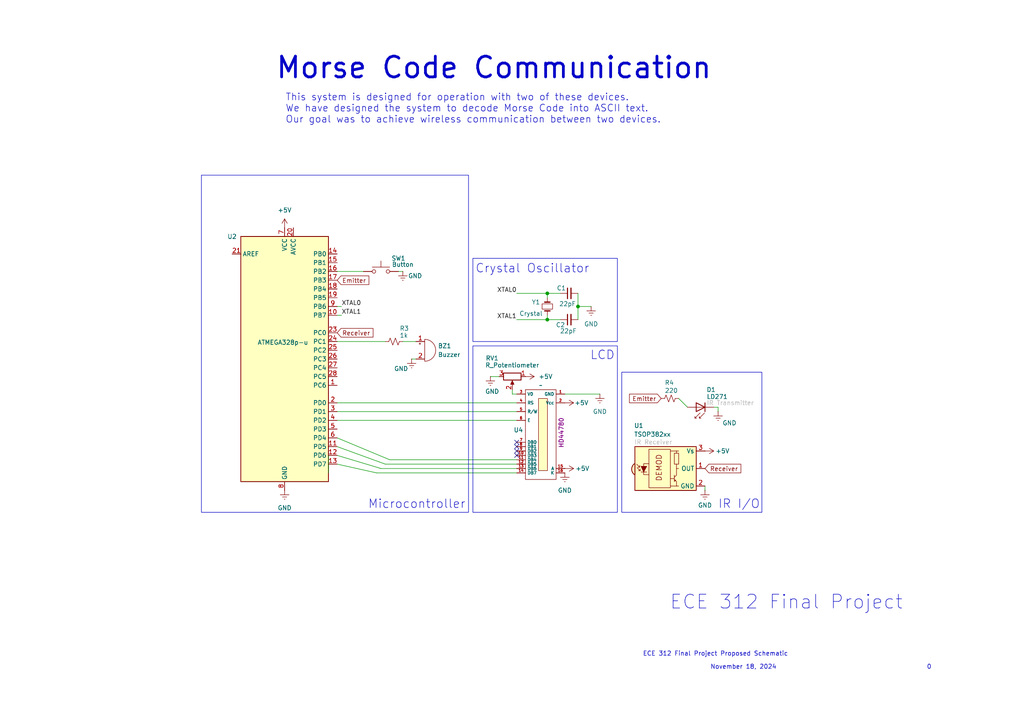
<source format=kicad_sch>
(kicad_sch (version 20231120) (generator "eeschema") (generator_version "8.0")
  (paper "A4")
  (lib_symbols
    (symbol "00_ECE312SchLib:ATMega328"
      (property "Reference" "U" (at 17.145 -1.27 0))
      (symbol "ATMega328_0_1"
        (rectangle (start -12.7 20.32) (end 12.7 -50.8) (stroke (width 0.254)) (fill (type background)))
      )
      (symbol "ATMega328_1_1"
        (pin bidirectional line (at 15.24 -22.86 180) (length 2.54) (name "PC6") (number "1"))
        (pin bidirectional line (at 15.24 -2.54 180) (length 2.54) (name "PB7") (number "10"))
        (pin bidirectional line (at 15.24 -40.64 180) (length 2.54) (name "PD5") (number "11"))
        (pin bidirectional line (at 15.24 -43.18 180) (length 2.54) (name "PD6") (number "12"))
        (pin bidirectional line (at 15.24 -45.72 180) (length 2.54) (name "PD7") (number "13"))
        (pin bidirectional line (at 15.24 15.24 180) (length 2.54) (name "PB0") (number "14"))
        (pin bidirectional line (at 15.24 12.7 180) (length 2.54) (name "PB1") (number "15"))
        (pin bidirectional line (at 15.24 10.16 180) (length 2.54) (name "PB2") (number "16"))
        (pin bidirectional line (at 15.24 7.62 180) (length 2.54) (name "PB3") (number "17"))
        (pin bidirectional line (at 15.24 5.08 180) (length 2.54) (name "PB4") (number "18"))
        (pin bidirectional line (at 15.24 2.54 180) (length 2.54) (name "PB5") (number "19"))
        (pin bidirectional line (at 15.24 -27.94 180) (length 2.54) (name "PD0") (number "2"))
        (pin power_in line (at 2.54 22.86 270) (length 2.54) (name "AVCC") (number "20"))
        (pin passive line (at -15.24 15.24 0) (length 2.54) (name "AREF") (number "21"))
        (pin passive line (at 0 -53.34 90) (length 2.54) hide (name "GND") (number "22"))
        (pin bidirectional line (at 15.24 -7.62 180) (length 2.54) (name "PC0") (number "23"))
        (pin bidirectional line (at 15.24 -10.16 180) (length 2.54) (name "PC1") (number "24"))
        (pin bidirectional line (at 15.24 -12.7 180) (length 2.54) (name "PC2") (number "25"))
        (pin bidirectional line (at 15.24 -15.24 180) (length 2.54) (name "PC3") (number "26"))
        (pin bidirectional line (at 15.24 -17.78 180) (length 2.54) (name "PC4") (number "27"))
        (pin bidirectional line (at 15.24 -20.32 180) (length 2.54) (name "PC5") (number "28"))
        (pin bidirectional line (at 15.24 -30.48 180) (length 2.54) (name "PD1") (number "3"))
        (pin bidirectional line (at 15.24 -33.02 180) (length 2.54) (name "PD2") (number "4"))
        (pin bidirectional line (at 15.24 -35.56 180) (length 2.54) (name "PD3") (number "5"))
        (pin bidirectional line (at 15.24 -38.1 180) (length 2.54) (name "PD4") (number "6"))
        (pin power_in line (at 0 22.86 270) (length 2.54) (name "VCC") (number "7"))
        (pin power_in line (at 0 -53.34 90) (length 2.54) (name "GND") (number "8"))
        (pin bidirectional line (at 15.24 0 180) (length 2.54) (name "PB6") (number "9"))
      )
    )
    (symbol "00_ECE312SchLib:LCD1604"
      (property "Reference" "U" (at 10.795 12.7 0))
      (symbol "LCD1604_0_1"
        (rectangle (start -1.27 11.43) (end 24.765 2.54))
      )
      (symbol "LCD1604_1_1"
        (rectangle (start 1.27 8.89) (end 22.225 6.35) (fill (type background)))
        (pin power_in line (at 0 13.97 270) (length 2.54) (name "GND") (number "1"))
        (pin input line (at 17.78 0 90) (length 2.54) (name "DB3") (number "10"))
        (pin input line (at 19.05 0 90) (length 2.54) (name "DB4") (number "11"))
        (pin input line (at 20.32 0 90) (length 2.54) (name "DB5") (number "12"))
        (pin input line (at 21.59 0 90) (length 2.54) (name "DB6") (number "13"))
        (pin input line (at 22.86 0 90) (length 2.54) (name "DB7") (number "14"))
        (pin input line (at 21.59 13.97 270) (length 2.54) (name "A") (number "15"))
        (pin input line (at 22.86 13.97 270) (length 2.54) (name "K") (number "16"))
        (pin power_in line (at 2.54 13.97 270) (length 2.54) (name "Vcc") (number "2"))
        (pin input line (at 0 0 90) (length 2.54) (name "V0") (number "3"))
        (pin input line (at 2.54 0 90) (length 2.54) (name "RS") (number "4"))
        (pin input line (at 5.08 0 90) (length 2.54) (name "R/W") (number "5"))
        (pin input line (at 7.62 0 90) (length 2.54) (name "E") (number "6"))
        (pin input line (at 13.97 0 90) (length 2.54) (name "DB0") (number "7"))
        (pin input line (at 15.24 0 90) (length 2.54) (name "DB1") (number "8"))
        (pin input line (at 16.51 0 90) (length 2.54) (name "DB2") (number "9"))
      )
    )
    (symbol "Device:Buzzer" (pin_names (offset 0.0254) hide)
      (property "Reference" "BZ" (at 3.81 1.27 0))
      (property "Value" "Buzzer" (at 3.81 -1.27 0))
      (symbol "Buzzer_0_1"
        (arc (start 0 -3.175) (mid 3.1612 0) (end 0 3.175))
        (polyline (pts (xy -1.651 1.905) (xy -1.143 1.905)))
        (polyline (pts (xy -1.397 2.159) (xy -1.397 1.651)))
        (polyline (pts (xy 0 3.175) (xy 0 -3.175)))
      )
      (symbol "Buzzer_1_1"
        (pin passive line (at -2.54 2.54 0) (length 2.54) (name "+") (number "1"))
        (pin passive line (at -2.54 -2.54 0) (length 2.54) (name "-") (number "2"))
      )
    )
    (symbol "Device:C_Small" (pin_numbers hide) (pin_names (offset 0.254) hide)
      (property "Reference" "C" (at 0.254 1.778 0))
      (property "Value" "C_Small" (at 0.254 -2.032 0))
      (symbol "C_Small_0_1"
        (polyline (pts (xy -1.524 -0.508) (xy 1.524 -0.508)) (stroke (width 0.3302)))
        (polyline (pts (xy -1.524 0.508) (xy 1.524 0.508)) (stroke (width 0.3048)))
      )
      (symbol "C_Small_1_1"
        (pin passive line (at 0 2.54 270) (length 2.032) (name "~") (number "1"))
        (pin passive line (at 0 -2.54 90) (length 2.032) (name "~") (number "2"))
      )
    )
    (symbol "Device:Crystal_Small" (pin_numbers hide) (pin_names (offset 1.016) hide)
      (property "Reference" "Y" (at 0 2.54 0))
      (property "Value" "Crystal_Small" (at 0 -2.54 0))
      (symbol "Crystal_Small_0_1"
        (rectangle (start -0.762 -1.524) (end 0.762 1.524))
        (polyline (pts (xy -1.27 -0.762) (xy -1.27 0.762)) (stroke (width 0.381)))
        (polyline (pts (xy 1.27 -0.762) (xy 1.27 0.762)) (stroke (width 0.381)))
      )
      (symbol "Crystal_Small_1_1"
        (pin passive line (at -2.54 0 0) (length 1.27) (name "1") (number "1"))
        (pin passive line (at 2.54 0 180) (length 1.27) (name "2") (number "2"))
      )
    )
    (symbol "Device:R_Potentiometer" (pin_names (offset 1.016) hide)
      (property "Reference" "RV" (at -4.445 0 90))
      (property "Value" "R_Potentiometer" (at -2.54 0 90))
      (symbol "R_Potentiometer_0_1"
        (polyline (pts (xy 2.54 0) (xy 1.524 0)))
        (polyline (pts (xy 1.143 0) (xy 2.286 0.508) (xy 2.286 -0.508) (xy 1.143 0)) (fill (type outline)))
        (rectangle (start 1.016 2.54) (end -1.016 -2.54) (stroke (width 0.254)))
      )
      (symbol "R_Potentiometer_1_1"
        (pin passive line (at 0 3.81 270) (length 1.27) (name "1") (number "1"))
        (pin passive line (at 3.81 0 180) (length 1.27) (name "2") (number "2"))
        (pin passive line (at 0 -3.81 90) (length 1.27) (name "3") (number "3"))
      )
    )
    (symbol "Device:R_Small_US" (pin_numbers hide) (pin_names (offset 0.254) hide)
      (property "Reference" "R" (at 0.762 0.508 0))
      (property "Value" "R_Small_US" (at 0.762 -1.016 0))
      (symbol "R_Small_US_1_1"
        (polyline (pts (xy 0 0) (xy 1.016 -0.381) (xy 0 -0.762) (xy -1.016 -1.143) (xy 0 -1.524)))
        (polyline (pts (xy 0 1.524) (xy 1.016 1.143) (xy 0 0.762) (xy -1.016 0.381) (xy 0 0)))
        (pin passive line (at 0 2.54 270) (length 1.016) (name "~") (number "1"))
        (pin passive line (at 0 -2.54 90) (length 1.016) (name "~") (number "2"))
      )
    )
    (symbol "Interface_Optical:TSOP382xx"
      (property "Reference" "U" (at -10.16 7.62 0))
      (property "Value" "TSOP382xx" (at -10.16 -7.62 0))
      (symbol "TSOP382xx_0_0"
        (arc (start -10.287 1.397) (mid -11.0899 -0.1852) (end -10.287 -1.778) (stroke (width 0.254)) (fill (type background)))
        (polyline (pts (xy 1.905 -5.08) (xy 0.127 -5.08)))
        (polyline (pts (xy 1.905 5.08) (xy 0.127 5.08)))
        (text "DEMOD" (at -3.175 0.254 900) (effects (font (size 1.524 1.524))))
      )
      (symbol "TSOP382xx_0_1"
        (rectangle (start -6.096 5.588) (end 0.127 -5.588))
        (polyline (pts (xy -8.763 0.381) (xy -9.652 1.27)))
        (polyline (pts (xy -8.763 0.381) (xy -9.271 0.381)))
        (polyline (pts (xy -8.763 0.381) (xy -8.763 0.889)))
        (polyline (pts (xy -8.636 -0.635) (xy -9.525 0.254)))
        (polyline (pts (xy -8.636 -0.635) (xy -9.144 -0.635)))
        (polyline (pts (xy -8.636 -0.635) (xy -8.636 -0.127)))
        (polyline (pts (xy -8.382 -1.016) (xy -6.731 -1.016)))
        (polyline (pts (xy 1.27 -2.921) (xy 0.127 -2.921)))
        (polyline (pts (xy 1.27 -1.905) (xy 1.27 -3.81)))
        (polyline (pts (xy 1.397 -3.556) (xy 1.524 -3.556)))
        (polyline (pts (xy 1.651 -3.556) (xy 1.524 -3.556)))
        (polyline (pts (xy 1.651 -3.556) (xy 1.651 -3.302)))
        (polyline (pts (xy 1.905 0) (xy 1.905 1.27)))
        (polyline (pts (xy 1.905 4.445) (xy 1.905 5.08) (xy 2.54 5.08)))
        (polyline (pts (xy -8.382 0.635) (xy -6.731 0.635) (xy -7.62 -1.016) (xy -8.382 0.635)) (fill (type outline)))
        (polyline (pts (xy -6.096 1.397) (xy -7.62 1.397) (xy -7.62 -1.778) (xy -6.096 -1.778)))
        (polyline (pts (xy 1.27 -3.175) (xy 1.905 -3.81) (xy 1.905 -5.08) (xy 2.54 -5.08)))
        (polyline (pts (xy 1.27 -2.54) (xy 1.905 -1.905) (xy 1.905 0) (xy 2.54 0)))
        (rectangle (start 2.54 1.27) (end 1.27 4.445))
        (rectangle (start 7.62 6.35) (end -10.16 -6.35) (stroke (width 0.254)) (fill (type background)))
      )
      (symbol "TSOP382xx_1_1"
        (pin output line (at 10.16 0 180) (length 2.54) (name "OUT") (number "1"))
        (pin power_in line (at 10.16 -5.08 180) (length 2.54) (name "GND") (number "2"))
        (pin power_in line (at 10.16 5.08 180) (length 2.54) (name "Vs") (number "3"))
      )
    )
    (symbol "LED:LD271" (pin_numbers hide) (pin_names (offset 1.016) hide)
      (property "Reference" "D" (at 0.508 1.778 0))
      (property "Value" "LD271" (at -1.016 -2.794 0))
      (symbol "LD271_0_1"
        (polyline (pts (xy -2.54 1.27) (xy -2.54 -1.27)) (stroke (width 0.254)))
        (polyline (pts (xy 0 0) (xy -2.54 0)))
        (polyline (pts (xy 0.381 3.175) (xy -0.127 3.175)))
        (polyline (pts (xy -1.143 1.651) (xy 0.381 3.175) (xy 0.381 2.667)))
        (polyline (pts (xy 0 -1.27) (xy -2.54 0) (xy 0 1.27) (xy 0 -1.27)) (stroke (width 0.254)))
        (polyline (pts (xy -2.413 1.651) (xy -0.889 3.175) (xy -0.889 2.667) (xy -0.889 3.175) (xy -1.397 3.175)))
      )
      (symbol "LD271_1_1"
        (pin passive line (at -5.08 0 0) (length 2.54) (name "K") (number "1"))
        (pin passive line (at 2.54 0 180) (length 2.54) (name "A") (number "2"))
      )
    )
    (symbol "Switch:SW_Push" (pin_numbers hide) (pin_names (offset 1.016) hide)
      (property "Reference" "SW" (at 1.27 2.54 0))
      (property "Value" "SW_Push" (at 0 -1.524 0))
      (symbol "SW_Push_0_1"
        (circle (center -2.032 0) (radius 0.508))
        (polyline (pts (xy 0 1.27) (xy 0 3.048)))
        (polyline (pts (xy 2.54 1.27) (xy -2.54 1.27)))
        (circle (center 2.032 0) (radius 0.508))
        (pin passive line (at -5.08 0 0) (length 2.54) (name "1") (number "1"))
        (pin passive line (at 5.08 0 180) (length 2.54) (name "2") (number "2"))
      )
    )
    (symbol "power:+5V" (power) (pin_numbers hide) (pin_names (offset 0) hide)
      (property "Value" "+5V" (at 0 3.556 0))
      (symbol "+5V_0_1"
        (polyline (pts (xy -0.762 1.27) (xy 0 2.54)))
        (polyline (pts (xy 0 0) (xy 0 2.54)))
        (polyline (pts (xy 0 2.54) (xy 0.762 1.27)))
      )
      (symbol "+5V_1_1"
        (pin power_in line (at 0 0 90) (length 0) (name "~") (number "1"))
      )
    )
    (symbol "power:Earth" (power) (pin_numbers hide) (pin_names (offset 0) hide)
      (property "Value" "Earth" (at 0 -3.81 0))
      (symbol "Earth_0_1"
        (polyline (pts (xy -0.635 -1.905) (xy 0.635 -1.905)))
        (polyline (pts (xy -0.127 -2.54) (xy 0.127 -2.54)))
        (polyline (pts (xy 0 -1.27) (xy 0 0)))
        (polyline (pts (xy 1.27 -1.27) (xy -1.27 -1.27)))
      )
      (symbol "Earth_1_1"
        (pin power_in line (at 0 0 270) (length 0) (name "~") (number "1"))
      )
    )
  )
  (junction (at 158.75 92.71))
  (junction (at 158.75 85.09))
  (junction (at 167.64 88.9))
  (no_connect (at 149.86 132.08))
  (no_connect (at 149.86 128.27))
  (no_connect (at 149.86 129.54))
  (no_connect (at 149.86 130.81))
  (wire (pts (xy 97.79 121.92) (xy 149.86 121.92)))
  (wire (pts (xy 167.64 88.9) (xy 167.64 92.71)))
  (wire (pts (xy 99.06 88.9) (xy 97.79 88.9)))
  (wire (pts (xy 113.03 133.35) (xy 97.79 127)))
  (wire (pts (xy 149.86 135.89) (xy 110.49 135.89)))
  (wire (pts (xy 111.76 134.62) (xy 97.79 129.54)))
  (wire (pts (xy 99.06 91.44) (xy 97.79 91.44)))
  (wire (pts (xy 97.79 119.38) (xy 149.86 119.38)))
  (wire (pts (xy 167.64 85.09) (xy 167.64 88.9)))
  (wire (pts (xy 97.79 99.06) (xy 111.76 99.06)))
  (wire (pts (xy 142.24 109.22) (xy 144.78 109.22)))
  (wire (pts (xy 158.75 91.44) (xy 158.75 92.71)))
  (wire (pts (xy 148.59 114.3) (xy 148.59 113.03)))
  (wire (pts (xy 116.84 99.06) (xy 120.65 99.06)))
  (wire (pts (xy 149.86 133.35) (xy 113.03 133.35)))
  (wire (pts (xy 95.25 137.16) (xy 95.25 132.08)))
  (wire (pts (xy 208.28 118.11) (xy 207.01 118.11)))
  (wire (pts (xy 149.86 137.16) (xy 109.22 137.16)))
  (wire (pts (xy 148.59 114.3) (xy 149.86 114.3)))
  (wire (pts (xy 149.86 85.09) (xy 158.75 85.09)))
  (wire (pts (xy 97.79 78.74) (xy 105.41 78.74)))
  (wire (pts (xy 208.28 119.38) (xy 208.28 118.11)))
  (wire (pts (xy 97.79 116.84) (xy 149.86 116.84)))
  (wire (pts (xy 109.22 137.16) (xy 97.79 134.62)))
  (wire (pts (xy 149.86 134.62) (xy 111.76 134.62)))
  (wire (pts (xy 158.75 92.71) (xy 162.56 92.71)))
  (wire (pts (xy 199.39 118.11) (xy 196.85 115.57)))
  (wire (pts (xy 163.83 114.3) (xy 173.99 114.3)))
  (wire (pts (xy 158.75 85.09) (xy 158.75 86.36)))
  (wire (pts (xy 167.64 88.9) (xy 171.45 88.9)))
  (wire (pts (xy 116.84 78.74) (xy 115.57 78.74)))
  (wire (pts (xy 149.86 92.71) (xy 158.75 92.71)))
  (wire (pts (xy 110.49 135.89) (xy 97.79 132.08)))
  (wire (pts (xy 120.65 104.14) (xy 119.38 104.14)))
  (wire (pts (xy 158.75 85.09) (xy 162.56 85.09)))
  (wire (pts (xy 204.47 140.97) (xy 204.47 142.24)))
  (rectangle (start 137.16 74.93) (end 179.07 99.06))
  (rectangle (start 137.16 100.33) (end 179.07 148.59))
  (rectangle (start 180.34 107.95) (end 220.98 148.59))
  (rectangle (start 58.42 50.8) (end 135.89 148.59))
  (text_box "This system is designed for operation with two of these devices.\nWe have designed the system to decode Morse Code into ASCII text.\nOur goal was to achieve wireless communication between two devices." (at 81.28 25.4 0) (size 124.46 21.59) (stroke (width -0.0001)) (effects (font (size 2 2)) (justify left top)))
  (text "Crystal Oscillator" (at 154.432 77.978 0) (effects (font (size 2.5 2.5))))
  (text "ECE 312 Final Project Proposed Schematic\n" (at 207.518 189.738 0) (effects (font (size 1.27 1.27))))
  (text "November 18, 2024" (at 215.646 193.548 0) (effects (font (size 1.27 1.27))))
  (text "LCD" (at 174.752 103.124 0) (effects (font (size 2.5 2.5))))
  (text "0" (at 269.494 193.548 0) (effects (font (size 1.27 1.27))))
  (text "Microcontroller" (at 120.904 146.304 0) (effects (font (size 2.5 2.5))))
  (text "Morse Code Communication" (at 143.256 19.812 0) (effects (font (size 6 6) (thickness 0.8) (bold yes))))
  (text "ECE 312 Final Project" (at 228.092 174.752 0) (effects (font (size 4 4))))
  (text "IR I/O" (at 214.376 146.304 0) (effects (font (size 2.5 2.5))))
  (label "XTAL0" (at 149.86 85.09 180))
  (label "XTAL1" (at 99.06 91.44 0))
  (label "XTAL1" (at 149.86 92.71 180))
  (label "XTAL0" (at 99.06 88.9 0))
  (global_label "Receiver" (shape input) (at 204.47 135.89 0) (property "Intersheetrefs" "${INTERSHEET_REFS}" (effects (hide yes))))
  (global_label "Emitter" (shape input) (at 97.79 81.28 0) (property "Intersheetrefs" "${INTERSHEET_REFS}" (effects (hide yes))))
  (global_label "Emitter" (shape input) (at 191.77 115.57 180) (property "Intersheetrefs" "${INTERSHEET_REFS}" (effects (hide yes))))
  (global_label "Receiver" (shape input) (at 97.79 96.52 0) (property "Intersheetrefs" "${INTERSHEET_REFS}" (effects (hide yes))))
  (symbol (lib_id "power:Earth") (at 163.83 137.16 0) (unit 1)
    (property "Reference" "#PWR013" (effects (hide yes)))
    (property "Value" "GND" (at 163.83 142.24 0))
    (property "Description" "Power symbol creates a global label with name \"Earth\"" (effects (hide yes)))
  )
  (symbol (lib_id "power:Earth") (at 173.99 114.3 0) (unit 1)
    (property "Reference" "#PWR014" (effects (hide yes)))
    (property "Value" "GND" (at 173.99 119.38 0))
    (property "Description" "Power symbol creates a global label with name \"Earth\"" (effects (hide yes)))
  )
  (symbol (lib_id "Device:R_Potentiometer") (at 148.59 109.22 270) (unit 1)
    (property "Reference" "RV1" (at 142.748 103.886 90))
    (property "Value" "R_Potentiometer" (at 148.59 105.918 90))
    (property "Description" "Potentiometer" (effects (hide yes)))
  )
  (symbol (lib_id "power:+5V") (at 204.47 130.81 270) (unit 1)
    (property "Reference" "#PWR018" (effects (hide yes)))
    (property "Value" "+5V" (at 207.518 130.81 90) (effects (justify left)))
    (property "Description" "Power symbol creates a global label with name \"+5V\"" (effects (hide yes)))
  )
  (symbol (lib_id "Device:Buzzer") (at 123.19 101.6 0) (unit 1)
    (property "Reference" "BZ1" (at 127 100.3299 0) (effects (justify left)))
    (property "Value" "Buzzer" (at 127 102.8699 0) (effects (justify left)))
    (property "Description" "Buzzer, polarized" (effects (hide yes)))
  )
  (symbol (lib_id "power:Earth") (at 119.38 104.14 0) (unit 1)
    (property "Reference" "#PWR08" (effects (hide yes)))
    (property "Value" "GND" (at 116.332 106.934 0))
    (property "Description" "Power symbol creates a global label with name \"Earth\"" (effects (hide yes)))
  )
  (symbol (lib_id "Interface_Optical:TSOP382xx") (at 194.31 135.89 0) (unit 1)
    (property "Reference" "U1" (at 183.896 123.444 0) (effects (justify left)))
    (property "Value" "TSOP382xx" (at 183.896 125.984 0) (effects (justify left)))
    (property "Footprint" "OptoDevice:Vishay_MINICAST-3Pin" (effects (hide yes)))
    (property "Datasheet" "http://www.vishay.com/docs/82491/tsop382.pdf" (effects (hide yes)))
    (property "Description" "Photo Modules for PCM Remote Control Systems" (effects (hide yes)))
    (property "label" "IR Receiver" (at 189.484 128.2271 0))
  )
  (symbol (lib_id "power:Earth") (at 208.28 119.38 0) (unit 1)
    (property "Reference" "#PWR016" (effects (hide yes)))
    (property "Value" "GND" (at 211.582 122.682 0))
    (property "Description" "Power symbol creates a global label with name \"Earth\"" (effects (hide yes)))
  )
  (symbol (lib_id "Device:R_Small_US") (at 194.31 115.57 270) (unit 1)
    (property "Reference" "R4" (at 192.786 110.998 90) (effects (justify left)))
    (property "Value" "220" (at 192.786 113.284 90) (effects (justify left)))
    (property "Description" "Resistor, small US symbol" (effects (hide yes)))
  )
  (symbol (lib_id "00_ECE312SchLib:LCD1604") (at 149.86 114.3 270) (unit 1)
    (property "Reference" "U4" (at 150.368 124.714 90))
    (property "Value" "~" (at 156.845 111.76 90))
    (property "Part" "HD44780" (at 162.814 125.476 0))
  )
  (symbol (lib_id "Device:C_Small") (at 165.1 92.71 90) (unit 1)
    (property "Reference" "C2" (at 162.56 94.234 90))
    (property "Value" "22pF" (at 164.846 96.012 90))
    (property "Description" "Unpolarized capacitor, small symbol" (effects (hide yes)))
  )
  (symbol (lib_id "Switch:SW_Push") (at 110.49 78.74 0) (unit 1)
    (property "Reference" "SW1" (at 115.57 74.93 0))
    (property "Value" "Button" (at 116.84 76.708 0))
    (property "Description" "Push button switch, generic, two pins" (effects (hide yes)))
  )
  (symbol (lib_id "Device:C_Small") (at 165.1 85.09 90) (unit 1)
    (property "Reference" "C1" (at 162.814 83.566 90))
    (property "Value" "22pF" (at 164.592 88.138 90))
    (property "Description" "Unpolarized capacitor, small symbol" (effects (hide yes)))
  )
  (symbol (lib_id "00_ECE312SchLib:ATMega328") (at 82.55 88.9 0) (unit 1)
    (property "Reference" "U2" (at 67.31 68.6114 0))
    (property "Value" "ATMEGA328p-u" (at 82.042 99.314 0))
  )
  (symbol (lib_id "power:+5V") (at 163.83 116.84 270) (unit 1)
    (property "Reference" "#PWR011" (effects (hide yes)))
    (property "Value" "+5V" (at 166.624 116.84 90) (effects (justify left)))
    (property "Description" "Power symbol creates a global label with name \"+5V\"" (effects (hide yes)))
  )
  (symbol (lib_id "power:Earth") (at 142.24 109.22 0) (unit 1)
    (property "Reference" "#PWR07" (effects (hide yes)))
    (property "Value" "GND" (at 142.748 113.538 0))
    (property "Description" "Power symbol creates a global label with name \"Earth\"" (effects (hide yes)))
  )
  (symbol (lib_id "power:Earth") (at 204.47 142.24 0) (unit 1)
    (property "Reference" "#PWR017" (effects (hide yes)))
    (property "Value" "GND" (at 204.47 146.558 0))
    (property "Description" "Power symbol creates a global label with name \"Earth\"" (effects (hide yes)))
  )
  (symbol (lib_id "power:+5V") (at 152.4 109.22 270) (unit 1)
    (property "Reference" "#PWR010" (effects (hide yes)))
    (property "Value" "+5V" (at 156.21 109.2199 90) (effects (justify left)))
    (property "Description" "Power symbol creates a global label with name \"+5V\"" (effects (hide yes)))
  )
  (symbol (lib_id "Device:R_Small_US") (at 114.3 99.06 90) (unit 1)
    (property "Reference" "R3" (at 118.618 95.25 90) (effects (justify left)))
    (property "Value" "1k" (at 118.364 97.282 90) (effects (justify left)))
    (property "Description" "Resistor, small US symbol" (effects (hide yes)))
  )
  (symbol (lib_id "power:+5V") (at 82.55 66.04 0) (unit 1)
    (property "Reference" "#PWR03" (effects (hide yes)))
    (property "Value" "+5V" (at 82.55 60.96 0))
    (property "Description" "Power symbol creates a global label with name \"+5V\"" (effects (hide yes)))
  )
  (symbol (lib_id "Device:Crystal_Small") (at 158.75 88.9 90) (unit 1)
    (property "Reference" "Y1" (at 154.178 87.63 90) (effects (justify right)))
    (property "Value" "Crystal" (at 150.622 90.932 90) (effects (justify right)))
    (property "Description" "Two pin crystal, small symbol" (effects (hide yes)))
  )
  (symbol (lib_id "power:Earth") (at 116.84 78.74 0) (unit 1)
    (property "Reference" "#PWR05" (effects (hide yes)))
    (property "Value" "GND" (at 120.396 80.01 0))
    (property "Description" "Power symbol creates a global label with name \"Earth\"" (effects (hide yes)))
  )
  (symbol (lib_id "power:Earth") (at 82.55 142.24 0) (unit 1)
    (property "Reference" "#PWR04" (effects (hide yes)))
    (property "Value" "GND" (at 82.55 147.32 0))
    (property "Description" "Power symbol creates a global label with name \"Earth\"" (effects (hide yes)))
  )
  (symbol (lib_id "power:Earth") (at 171.45 88.9 0) (unit 1)
    (property "Reference" "#PWR06" (effects (hide yes)))
    (property "Value" "GND" (at 171.45 93.98 0))
    (property "Description" "Power symbol creates a global label with name \"Earth\"" (effects (hide yes)))
  )
  (symbol (lib_id "LED:LD271") (at 201.93 118.11 180) (unit 1)
    (property "Reference" "D1" (at 206.248 113.03 0))
    (property "Value" "LD271" (at 208.026 115.062 0))
    (property "Footprint" "LED_THT:LED_D5.0mm_IRGrey" (effects (hide yes)))
    (property "Datasheet" "http://www.alliedelec.com/m/d/40788c34903a719969df15f1fbea1056.pdf" (effects (hide yes)))
    (property "Description" "940nm IR-LED, 5mm" (effects (hide yes)))
    (property "label" "IR Transmitter" (at 211.836 116.84 0))
  )
  (symbol (lib_id "power:+5V") (at 163.83 135.89 270) (unit 1)
    (property "Reference" "#PWR012" (effects (hide yes)))
    (property "Value" "+5V" (at 166.878 135.89 90) (effects (justify left)))
    (property "Description" "Power symbol creates a global label with name \"+5V\"" (effects (hide yes)))
  )
)
</source>
